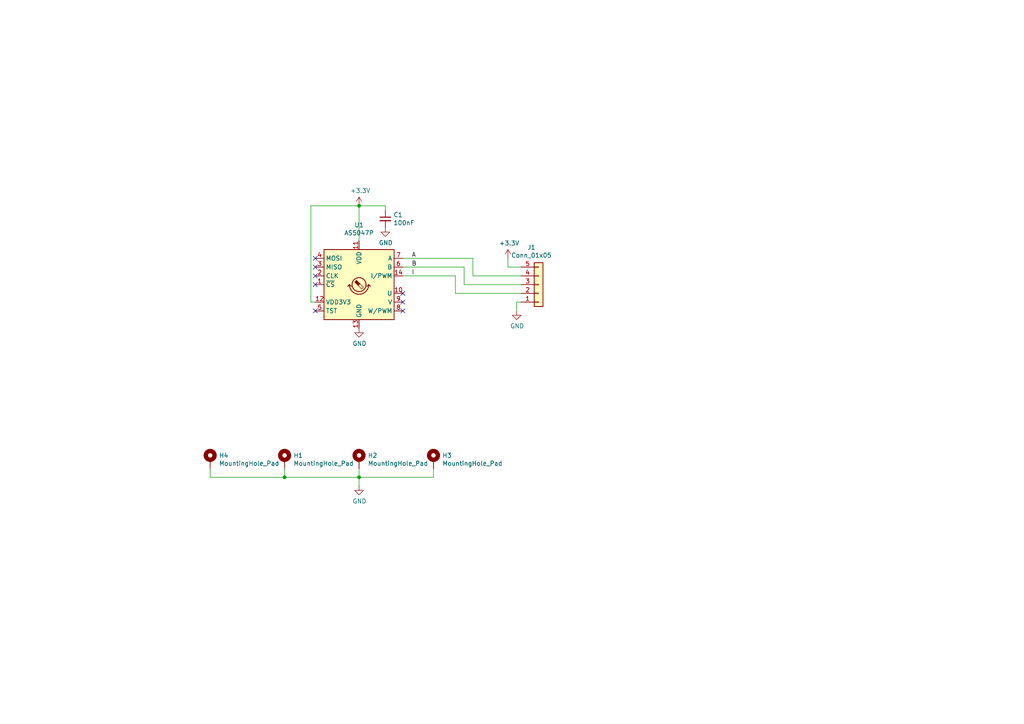
<source format=kicad_sch>
(kicad_sch (version 20230121) (generator eeschema)
  (paper "A4")
  (title_block (title "AS5047p encoder") (date "2021-02-05") (rev "1") (company "luhbots") (comment 1 "pcb for mounting the AS5047P encoder behind the motor"))
  (lib_symbols
    (symbol "Connector_Generic:Conn_01x05" (pin_names (offset 1.016) hide)
      (property "Reference" "J" (at 0 7.62 0))
      (property "Value" "Conn_01x05" (at 0 -7.62 0))
      (symbol "Conn_01x05_1_1"
        (rectangle (start -1.27 -4.953) (end 0 -5.207) (stroke (width 0.1524)))
        (rectangle (start -1.27 -2.413) (end 0 -2.667) (stroke (width 0.1524)))
        (rectangle (start -1.27 0.127) (end 0 -0.127) (stroke (width 0.1524)))
        (rectangle (start -1.27 2.667) (end 0 2.413) (stroke (width 0.1524)))
        (rectangle (start -1.27 5.207) (end 0 4.953) (stroke (width 0.1524)))
        (rectangle (start -1.27 6.35) (end 1.27 -6.35) (stroke (width 0.254)) (fill (type background)))
        (pin passive line (at -5.08 5.08 0) (length 3.81) (name "Pin_1") (number "1"))
        (pin passive line (at -5.08 2.54 0) (length 3.81) (name "Pin_2") (number "2"))
        (pin passive line (at -5.08 0 0) (length 3.81) (name "Pin_3") (number "3"))
        (pin passive line (at -5.08 -2.54 0) (length 3.81) (name "Pin_4") (number "4"))
        (pin passive line (at -5.08 -5.08 0) (length 3.81) (name "Pin_5") (number "5"))
      )
    )
    (symbol "Device:C_Small" (pin_numbers hide) (pin_names (offset 0.254) hide)
      (property "Reference" "C" (at 0.254 1.778 0))
      (property "Value" "C_Small" (at 0.254 -2.032 0))
      (symbol "C_Small_0_1"
        (polyline (pts (xy -1.524 -0.508) (xy 1.524 -0.508)) (stroke (width 0.3302)))
        (polyline (pts (xy -1.524 0.508) (xy 1.524 0.508)) (stroke (width 0.3048)))
      )
      (symbol "C_Small_1_1"
        (pin passive line (at 0 2.54 270) (length 2.032) (name "~") (number "1"))
        (pin passive line (at 0 -2.54 90) (length 2.032) (name "~") (number "2"))
      )
    )
    (symbol "Mechanical:MountingHole_Pad" (pin_numbers hide) (pin_names (offset 1.016) hide)
      (property "Reference" "H" (at 0 6.35 0))
      (property "Value" "MountingHole_Pad" (at 0 4.445 0))
      (symbol "MountingHole_Pad_0_1"
        (circle (center 0 1.27) (radius 1.27) (stroke (width 1.27)))
      )
      (symbol "MountingHole_Pad_1_1"
        (pin input line (at 0 -2.54 90) (length 2.54) (name "1") (number "1"))
      )
    )
    (symbol "Sensor_Magnetic:AS5047D"
      (property "Reference" "U" (at -8.89 11.43 0))
      (property "Value" "AS5047D" (at 5.08 11.43 0))
      (symbol "AS5047D_1_1"
        (rectangle (start -10.16 10.16) (end 10.16 -10.16) (stroke (width 0.254)) (fill (type background)))
        (arc (start -2.794 0) (mid 0 -2.7819) (end 2.794 0) (stroke (width 0.254)))
        (polyline (pts (xy -2.794 0) (xy -3.302 -0.508)) (stroke (width 0.254)))
        (polyline (pts (xy -2.794 0) (xy -2.286 -0.508)) (stroke (width 0.254)))
        (polyline (pts (xy 2.794 0) (xy 2.286 -0.508)) (stroke (width 0.254)))
        (polyline (pts (xy 2.794 0) (xy 3.302 -0.508)) (stroke (width 0.254)))
        (polyline (pts (xy 0.254 0.254) (xy 1.27 -0.762) (xy 0.762 -1.27) (xy -0.254 -0.254)))
        (polyline (pts (xy -0.762 1.27) (xy 0.254 0.254) (xy -0.254 -0.254) (xy -1.27 0.762) (xy -1.016 1.016) (xy -0.762 1.27) (xy -0.635 1.143)) (fill (type outline)))
        (circle (center 0 0) (radius 2.032) (stroke (width 0.254)))
        (pin input line (at -12.7 0 0) (length 2.54) (name "~{CS}") (number "1"))
        (pin output line (at 12.7 -2.54 180) (length 2.54) (name "U") (number "10"))
        (pin power_in line (at 0 12.7 270) (length 2.54) (name "VDD") (number "11"))
        (pin power_out line (at -12.7 -5.08 0) (length 2.54) (name "VDD3V3") (number "12"))
        (pin power_in line (at 0 -12.7 90) (length 2.54) (name "GND") (number "13"))
        (pin output line (at 12.7 2.54 180) (length 2.54) (name "I/PWM") (number "14"))
        (pin input line (at -12.7 2.54 0) (length 2.54) (name "CLK") (number "2"))
        (pin output line (at -12.7 5.08 0) (length 2.54) (name "MISO") (number "3"))
        (pin input line (at -12.7 7.62 0) (length 2.54) (name "MOSI") (number "4"))
        (pin input line (at -12.7 -7.62 0) (length 2.54) (name "TST") (number "5"))
        (pin output line (at 12.7 5.08 180) (length 2.54) (name "B") (number "6"))
        (pin output line (at 12.7 7.62 180) (length 2.54) (name "A") (number "7"))
        (pin output line (at 12.7 -7.62 180) (length 2.54) (name "W/PWM") (number "8"))
        (pin output line (at 12.7 -5.08 180) (length 2.54) (name "V") (number "9"))
      )
    )
    (symbol "power:+3.3V" (power) (pin_names (offset 0))
      (property "Value" "+3.3V" (at 0 3.556 0))
      (symbol "+3.3V_0_1"
        (polyline (pts (xy -0.762 1.27) (xy 0 2.54)))
        (polyline (pts (xy 0 0) (xy 0 2.54)))
        (polyline (pts (xy 0 2.54) (xy 0.762 1.27)))
      )
      (symbol "+3.3V_1_1"
        (pin power_in line (at 0 0 90) (length 0) hide (name "+3.3V") (number "1"))
      )
    )
    (symbol "power:GND" (power) (pin_names (offset 0))
      (property "Value" "GND" (at 0 -3.81 0))
      (symbol "GND_0_1"
        (polyline (pts (xy 0 0) (xy 0 -1.27) (xy 1.27 -1.27) (xy 0 -2.54) (xy -1.27 -1.27) (xy 0 -1.27)))
      )
      (symbol "GND_1_1"
        (pin power_in line (at 0 0 270) (length 0) hide (name "GND") (number "1"))
      )
    )
  )
  (junction (at 82.55 138.43))
  (junction (at 104.14 59.69))
  (junction (at 104.14 138.43))
  (no_connect (at 91.44 82.55))
  (no_connect (at 116.84 85.09))
  (no_connect (at 91.44 90.17))
  (no_connect (at 91.44 77.47))
  (no_connect (at 116.84 90.17))
  (no_connect (at 91.44 80.01))
  (no_connect (at 91.44 74.93))
  (no_connect (at 116.84 87.63))
  (wire (pts (xy 116.84 80.01) (xy 132.08 80.01)))
  (wire (pts (xy 104.14 59.69) (xy 104.14 69.85)))
  (wire (pts (xy 132.08 85.09) (xy 151.13 85.09)))
  (wire (pts (xy 60.96 135.89) (xy 60.96 138.43)))
  (wire (pts (xy 151.13 87.63) (xy 149.86 87.63)))
  (wire (pts (xy 134.62 82.55) (xy 151.13 82.55)))
  (wire (pts (xy 104.14 138.43) (xy 125.73 138.43)))
  (wire (pts (xy 111.76 59.69) (xy 111.76 60.96)))
  (wire (pts (xy 82.55 135.89) (xy 82.55 138.43)))
  (wire (pts (xy 125.73 138.43) (xy 125.73 135.89)))
  (wire (pts (xy 116.84 74.93) (xy 137.16 74.93)))
  (wire (pts (xy 116.84 77.47) (xy 134.62 77.47)))
  (wire (pts (xy 137.16 74.93) (xy 137.16 80.01)))
  (wire (pts (xy 82.55 138.43) (xy 104.14 138.43)))
  (wire (pts (xy 147.32 74.93) (xy 147.32 77.47)))
  (wire (pts (xy 104.14 140.97) (xy 104.14 138.43)))
  (wire (pts (xy 104.14 59.69) (xy 111.76 59.69)))
  (wire (pts (xy 134.62 77.47) (xy 134.62 82.55)))
  (wire (pts (xy 147.32 77.47) (xy 151.13 77.47)))
  (wire (pts (xy 90.17 59.69) (xy 104.14 59.69)))
  (wire (pts (xy 91.44 87.63) (xy 90.17 87.63)))
  (wire (pts (xy 104.14 138.43) (xy 104.14 135.89)))
  (wire (pts (xy 137.16 80.01) (xy 151.13 80.01)))
  (wire (pts (xy 149.86 87.63) (xy 149.86 90.17)))
  (wire (pts (xy 132.08 80.01) (xy 132.08 85.09)))
  (wire (pts (xy 60.96 138.43) (xy 82.55 138.43)))
  (wire (pts (xy 90.17 87.63) (xy 90.17 59.69)))
  (label "I" (at 119.38 80.01 0))
  (label "A" (at 119.38 74.93 0))
  (label "B" (at 119.38 77.47 0))
  (symbol (lib_id "Sensor_Magnetic:AS5047D") (at 104.14 82.55 0) (unit 1)
    (property "Reference" "U1" (at 104.14 65.2526 0))
    (property "Value" "AS5047P" (at 104.14 67.564 0))
    (property "Footprint" "Package_SO:TSSOP-14_4.4x5mm_P0.65mm" (effects hide))
    (property "Datasheet" "https://ams.com/documents/20143/36005/AS5047P_DS000324_2-00.pdf/a7d44138-51f1-2f6e-c8b6-2577b369ace8" (effects hide))
  )
  (symbol (lib_id "Device:C_Small") (at 111.76 63.5 0) (unit 1)
    (property "Reference" "C1" (at 114.0968 62.3316 0) (effects (justify left)))
    (property "Value" "100nF" (at 114.0968 64.643 0) (effects (justify left)))
    (property "Footprint" "Capacitor_SMD:C_0805_2012Metric_Pad1.18x1.45mm_HandSolder" (effects hide))
  )
  (symbol (lib_id "power:GND") (at 111.76 66.04 0) (unit 1)
    (property "Reference" "#PWR0101" (effects hide))
    (property "Value" "GND" (at 111.887 70.4342 0))
  )
  (symbol (lib_id "power:GND") (at 104.14 95.25 0) (unit 1)
    (property "Reference" "#PWR0102" (effects hide))
    (property "Value" "GND" (at 104.267 99.6442 0))
  )
  (symbol (lib_id "power:+3.3V") (at 104.14 59.69 0) (unit 1)
    (property "Reference" "#PWR0103" (effects hide))
    (property "Value" "+3.3V" (at 104.521 55.2958 0))
  )
  (symbol (lib_id "Mechanical:MountingHole_Pad") (at 125.73 133.35 0) (unit 1)
    (property "Reference" "H3" (at 128.27 132.1054 0) (effects (justify left)))
    (property "Value" "MountingHole_Pad" (at 128.27 134.4168 0) (effects (justify left)))
    (property "Footprint" "MountingHole:MountingHole_3.2mm_M3_DIN965_Pad" (effects hide))
  )
  (symbol (lib_id "Mechanical:MountingHole_Pad") (at 104.14 133.35 0) (unit 1)
    (property "Reference" "H2" (at 106.68 132.1054 0) (effects (justify left)))
    (property "Value" "MountingHole_Pad" (at 106.68 134.4168 0) (effects (justify left)))
    (property "Footprint" "MountingHole:MountingHole_3.2mm_M3_DIN965_Pad" (effects hide))
  )
  (symbol (lib_id "Mechanical:MountingHole_Pad") (at 82.55 133.35 0) (unit 1)
    (property "Reference" "H1" (at 85.09 132.1054 0) (effects (justify left)))
    (property "Value" "MountingHole_Pad" (at 85.09 134.4168 0) (effects (justify left)))
    (property "Footprint" "MountingHole:MountingHole_3.2mm_M3_DIN965_Pad" (effects hide))
  )
  (symbol (lib_id "power:GND") (at 104.14 140.97 0) (unit 1)
    (property "Reference" "#PWR0104" (effects hide))
    (property "Value" "GND" (at 104.267 145.3642 0))
  )
  (symbol (lib_id "Connector_Generic:Conn_01x05") (at 156.21 82.55 0) (mirror x) (unit 1)
    (property "Reference" "J1" (at 154.1272 71.755 0))
    (property "Value" "Conn_01x05" (at 154.1272 74.0664 0))
    (property "Footprint" "Connector_JST:JST_PH_S5B-PH-K_1x05_P2.00mm_Horizontal" (effects hide))
  )
  (symbol (lib_id "power:GND") (at 149.86 90.17 0) (unit 1)
    (property "Reference" "#PWR0105" (effects hide))
    (property "Value" "GND" (at 149.987 94.5642 0))
  )
  (symbol (lib_id "power:+3.3V") (at 147.32 74.93 0) (unit 1)
    (property "Reference" "#PWR0106" (effects hide))
    (property "Value" "+3.3V" (at 147.701 70.5358 0))
  )
  (symbol (lib_id "Mechanical:MountingHole_Pad") (at 60.96 133.35 0) (unit 1)
    (property "Reference" "H4" (at 63.5 132.1054 0) (effects (justify left)))
    (property "Value" "MountingHole_Pad" (at 63.5 134.4168 0) (effects (justify left)))
    (property "Footprint" "MountingHole:MountingHole_3.2mm_M3_DIN965_Pad" (effects hide))
  )
)
</source>
